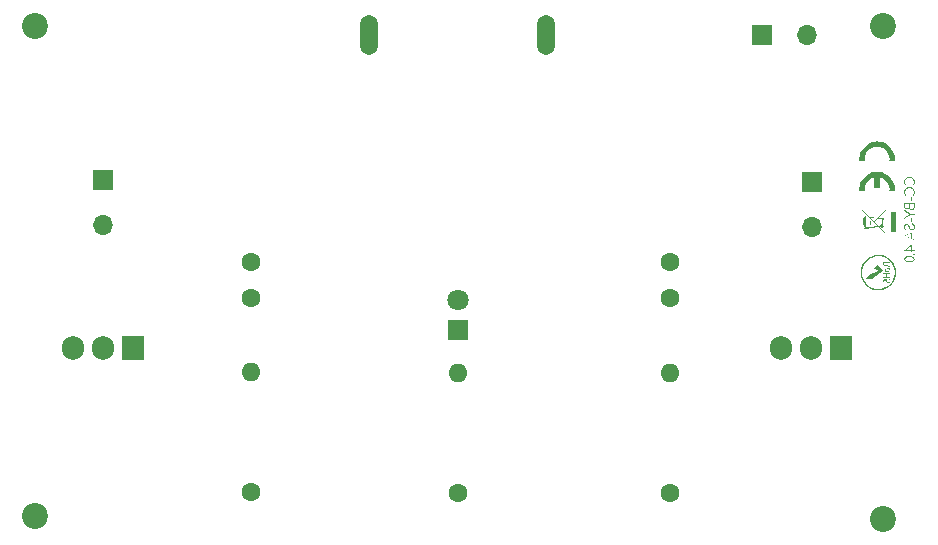
<source format=gbr>
%TF.GenerationSoftware,KiCad,Pcbnew,8.0.6*%
%TF.CreationDate,2024-11-17T18:19:46+01:00*%
%TF.ProjectId,MakerBot,4d616b65-7242-46f7-942e-6b696361645f,rev?*%
%TF.SameCoordinates,Original*%
%TF.FileFunction,Soldermask,Bot*%
%TF.FilePolarity,Negative*%
%FSLAX46Y46*%
G04 Gerber Fmt 4.6, Leading zero omitted, Abs format (unit mm)*
G04 Created by KiCad (PCBNEW 8.0.6) date 2024-11-17 18:19:46*
%MOMM*%
%LPD*%
G01*
G04 APERTURE LIST*
%ADD10C,0.150000*%
%ADD11C,0.000000*%
%ADD12C,1.600000*%
%ADD13O,1.600000X1.600000*%
%ADD14C,2.200000*%
%ADD15O,1.500000X3.400000*%
%ADD16R,1.700000X1.700000*%
%ADD17O,1.700000X1.700000*%
%ADD18R,1.905000X2.000000*%
%ADD19O,1.905000X2.000000*%
%ADD20R,1.800000X1.800000*%
%ADD21C,1.800000*%
G04 APERTURE END LIST*
D10*
G36*
X228711528Y-67462499D02*
G01*
X228709845Y-67423395D01*
X228703800Y-67380078D01*
X228693358Y-67338227D01*
X228678521Y-67297842D01*
X228676357Y-67292896D01*
X228657037Y-67254611D01*
X228634249Y-67218695D01*
X228607993Y-67185149D01*
X228578269Y-67153971D01*
X228545516Y-67125627D01*
X228510369Y-67100580D01*
X228472829Y-67078830D01*
X228432895Y-67060377D01*
X228391020Y-67045674D01*
X228347655Y-67035171D01*
X228308488Y-67029428D01*
X228268180Y-67026901D01*
X228256454Y-67026769D01*
X228216202Y-67028350D01*
X228176996Y-67033090D01*
X228133472Y-67042377D01*
X228091316Y-67055792D01*
X228080990Y-67059791D01*
X228041106Y-67078060D01*
X228003712Y-67099652D01*
X227968810Y-67124564D01*
X227936399Y-67152799D01*
X227906809Y-67183976D01*
X227880565Y-67217523D01*
X227857667Y-67253439D01*
X227838115Y-67291724D01*
X227822472Y-67332000D01*
X227811297Y-67373887D01*
X227804593Y-67417387D01*
X227802393Y-67456772D01*
X227802358Y-67462499D01*
X227803848Y-67501932D01*
X227809086Y-67544104D01*
X227818095Y-67583958D01*
X227826196Y-67609240D01*
X227841736Y-67646034D01*
X227861759Y-67682117D01*
X227886263Y-67717488D01*
X227901814Y-67736832D01*
X227920376Y-67748556D01*
X227940502Y-67745820D01*
X227954570Y-67732534D01*
X227968053Y-67721201D01*
X227971374Y-67700489D01*
X227961214Y-67677628D01*
X227937351Y-67646614D01*
X227916637Y-67610673D01*
X227904745Y-67582275D01*
X227893433Y-67541343D01*
X227887651Y-67499622D01*
X227886182Y-67462499D01*
X227888516Y-67422354D01*
X227895518Y-67383694D01*
X227908772Y-67342478D01*
X227915687Y-67326504D01*
X227936245Y-67288406D01*
X227961040Y-67253247D01*
X227990070Y-67221026D01*
X227996385Y-67214934D01*
X228026433Y-67189519D01*
X228058985Y-67167350D01*
X228094041Y-67148427D01*
X228114598Y-67139317D01*
X228152931Y-67126093D01*
X228192531Y-67117197D01*
X228233398Y-67112629D01*
X228256650Y-67111961D01*
X228299260Y-67114125D01*
X228340263Y-67120617D01*
X228379659Y-67131436D01*
X228400851Y-67139317D01*
X228437298Y-67156437D01*
X228471241Y-67176803D01*
X228502680Y-67200414D01*
X228519064Y-67214934D01*
X228546020Y-67243272D01*
X228571909Y-67277550D01*
X228593525Y-67314766D01*
X228599176Y-67326504D01*
X228614426Y-67366988D01*
X228624028Y-67409303D01*
X228627840Y-67448952D01*
X228628094Y-67462499D01*
X228625693Y-67504029D01*
X228618490Y-67543989D01*
X228607773Y-67578954D01*
X228591702Y-67616032D01*
X228571428Y-67651771D01*
X228549350Y-67683099D01*
X228540558Y-67711626D01*
X228553845Y-67738005D01*
X228582958Y-67749338D01*
X228599371Y-67746407D01*
X228614612Y-67736832D01*
X228641956Y-67703672D01*
X228664415Y-67668379D01*
X228681990Y-67630954D01*
X228689644Y-67609240D01*
X228700222Y-67569114D01*
X228707339Y-67528092D01*
X228710993Y-67486174D01*
X228711528Y-67462499D01*
G37*
G36*
X228711528Y-68325360D02*
G01*
X228709845Y-68286256D01*
X228703800Y-68242939D01*
X228693358Y-68201088D01*
X228678521Y-68160703D01*
X228676357Y-68155758D01*
X228657037Y-68117473D01*
X228634249Y-68081557D01*
X228607993Y-68048010D01*
X228578269Y-68016832D01*
X228545516Y-67988488D01*
X228510369Y-67963441D01*
X228472829Y-67941691D01*
X228432895Y-67923238D01*
X228391020Y-67908535D01*
X228347655Y-67898033D01*
X228308488Y-67892289D01*
X228268180Y-67889762D01*
X228256454Y-67889631D01*
X228216202Y-67891211D01*
X228176996Y-67895951D01*
X228133472Y-67905238D01*
X228091316Y-67918654D01*
X228080990Y-67922652D01*
X228041106Y-67940922D01*
X228003712Y-67962513D01*
X227968810Y-67987425D01*
X227936399Y-68015660D01*
X227906809Y-68046838D01*
X227880565Y-68080384D01*
X227857667Y-68116300D01*
X227838115Y-68154585D01*
X227822472Y-68194861D01*
X227811297Y-68236749D01*
X227804593Y-68280248D01*
X227802393Y-68319633D01*
X227802358Y-68325360D01*
X227803848Y-68364793D01*
X227809086Y-68406965D01*
X227818095Y-68446820D01*
X227826196Y-68472101D01*
X227841736Y-68508895D01*
X227861759Y-68544978D01*
X227886263Y-68580350D01*
X227901814Y-68599693D01*
X227920376Y-68611417D01*
X227940502Y-68608682D01*
X227954570Y-68595395D01*
X227968053Y-68584062D01*
X227971374Y-68563350D01*
X227961214Y-68540489D01*
X227937351Y-68509475D01*
X227916637Y-68473534D01*
X227904745Y-68445137D01*
X227893433Y-68404204D01*
X227887651Y-68362483D01*
X227886182Y-68325360D01*
X227888516Y-68285215D01*
X227895518Y-68246555D01*
X227908772Y-68205339D01*
X227915687Y-68189365D01*
X227936245Y-68151267D01*
X227961040Y-68116108D01*
X227990070Y-68083887D01*
X227996385Y-68077795D01*
X228026433Y-68052380D01*
X228058985Y-68030211D01*
X228094041Y-68011288D01*
X228114598Y-68002178D01*
X228152931Y-67988954D01*
X228192531Y-67980058D01*
X228233398Y-67975490D01*
X228256650Y-67974823D01*
X228299260Y-67976986D01*
X228340263Y-67983478D01*
X228379659Y-67994297D01*
X228400851Y-68002178D01*
X228437298Y-68019298D01*
X228471241Y-68039664D01*
X228502680Y-68063275D01*
X228519064Y-68077795D01*
X228546020Y-68106133D01*
X228571909Y-68140411D01*
X228593525Y-68177627D01*
X228599176Y-68189365D01*
X228614426Y-68229849D01*
X228624028Y-68272164D01*
X228627840Y-68311814D01*
X228628094Y-68325360D01*
X228625693Y-68366890D01*
X228618490Y-68406850D01*
X228607773Y-68441815D01*
X228591702Y-68478893D01*
X228571428Y-68514632D01*
X228549350Y-68545960D01*
X228540558Y-68574488D01*
X228553845Y-68600866D01*
X228582958Y-68612199D01*
X228599371Y-68609268D01*
X228614612Y-68599693D01*
X228641956Y-68566533D01*
X228664415Y-68531241D01*
X228681990Y-68493815D01*
X228689644Y-68472101D01*
X228700222Y-68431975D01*
X228707339Y-68390954D01*
X228710993Y-68349035D01*
X228711528Y-68325360D01*
G37*
G36*
X228436413Y-68768319D02*
G01*
X228424103Y-68738033D01*
X228393426Y-68725723D01*
X228361772Y-68738033D01*
X228349267Y-68768319D01*
X228349267Y-69031515D01*
X228361772Y-69062778D01*
X228393426Y-69075088D01*
X228424103Y-69062778D01*
X228436413Y-69031515D01*
X228436413Y-68768319D01*
G37*
G36*
X228687103Y-69246644D02*
G01*
X228699023Y-69282010D01*
X228699023Y-69567677D01*
X228698212Y-69591737D01*
X228692665Y-69632907D01*
X228681863Y-69671325D01*
X228665805Y-69706993D01*
X228661554Y-69714534D01*
X228637321Y-69749125D01*
X228608126Y-69778525D01*
X228573970Y-69802736D01*
X228559035Y-69810888D01*
X228519238Y-69826511D01*
X228480420Y-69834765D01*
X228438757Y-69837516D01*
X228412743Y-69836395D01*
X228369595Y-69828727D01*
X228331176Y-69813795D01*
X228297487Y-69791598D01*
X228280948Y-69776538D01*
X228255530Y-69745848D01*
X228235707Y-69710552D01*
X228221479Y-69670649D01*
X228205477Y-69698718D01*
X228178467Y-69731141D01*
X228148011Y-69755841D01*
X228116408Y-69772946D01*
X228078603Y-69784444D01*
X228037613Y-69788277D01*
X227997534Y-69785167D01*
X227957062Y-69774560D01*
X227920376Y-69756428D01*
X227890827Y-69734327D01*
X227863127Y-69704948D01*
X227840460Y-69670259D01*
X227838657Y-69666851D01*
X227822600Y-69627705D01*
X227814013Y-69589474D01*
X227811151Y-69548723D01*
X227895952Y-69548723D01*
X227898796Y-69584662D01*
X227909996Y-69623508D01*
X227931905Y-69659512D01*
X227960459Y-69684431D01*
X227996956Y-69699006D01*
X228037027Y-69703280D01*
X228078079Y-69699006D01*
X228116227Y-69684431D01*
X228147034Y-69659512D01*
X228169394Y-69626762D01*
X228182473Y-69588424D01*
X228184477Y-69567677D01*
X228271304Y-69567677D01*
X228271815Y-69584168D01*
X228277920Y-69624232D01*
X228292212Y-69662834D01*
X228294867Y-69667941D01*
X228319016Y-69701773D01*
X228350635Y-69727705D01*
X228362678Y-69734516D01*
X228399800Y-69747445D01*
X228438757Y-69751347D01*
X228455309Y-69750770D01*
X228494948Y-69743867D01*
X228532156Y-69727705D01*
X228539363Y-69723150D01*
X228570713Y-69695639D01*
X228592923Y-69662834D01*
X228599059Y-69649588D01*
X228610706Y-69609303D01*
X228614221Y-69567677D01*
X228614221Y-69320112D01*
X228271304Y-69320112D01*
X228271304Y-69567677D01*
X228184477Y-69567677D01*
X228186308Y-69548723D01*
X228186308Y-69320112D01*
X227895952Y-69320112D01*
X227895952Y-69548723D01*
X227811151Y-69548723D01*
X227811151Y-69276539D01*
X227823656Y-69245081D01*
X227855505Y-69232771D01*
X228654668Y-69232771D01*
X228687103Y-69246644D01*
G37*
G36*
X228699023Y-70205834D02*
G01*
X228686126Y-70174962D01*
X228654863Y-70162261D01*
X228371737Y-70162261D01*
X227880711Y-69857642D01*
X227847690Y-69849044D01*
X227821507Y-69863113D01*
X227811151Y-69891054D01*
X227816817Y-69912938D01*
X227832840Y-69928179D01*
X228327383Y-70230454D01*
X228327383Y-70183559D01*
X227834989Y-70484662D01*
X227816817Y-70502052D01*
X227811151Y-70525109D01*
X227822093Y-70551291D01*
X227848862Y-70563601D01*
X227880711Y-70555395D01*
X228371737Y-70249603D01*
X228654863Y-70249603D01*
X228686126Y-70236707D01*
X228699023Y-70205834D01*
G37*
G36*
X228436413Y-70541717D02*
G01*
X228424103Y-70511431D01*
X228393426Y-70499121D01*
X228361772Y-70511431D01*
X228349267Y-70541717D01*
X228349267Y-70804913D01*
X228361772Y-70836176D01*
X228393426Y-70848486D01*
X228424103Y-70836176D01*
X228436413Y-70804913D01*
X228436413Y-70541717D01*
G37*
G36*
X228711528Y-71275032D02*
G01*
X228709889Y-71235530D01*
X228704226Y-71193596D01*
X228694517Y-71153724D01*
X228690816Y-71142164D01*
X228676051Y-71105646D01*
X228655886Y-71069134D01*
X228631611Y-71036455D01*
X228603874Y-71008187D01*
X228570402Y-70983036D01*
X228543098Y-70968067D01*
X228510076Y-70967481D01*
X228489169Y-70996204D01*
X228492686Y-71026881D01*
X228516133Y-71049938D01*
X228548721Y-71072203D01*
X228574361Y-71099177D01*
X228595965Y-71132290D01*
X228612417Y-71170813D01*
X228614221Y-71176358D01*
X228623705Y-71217364D01*
X228627756Y-71258455D01*
X228628094Y-71275032D01*
X228625739Y-71314276D01*
X228617798Y-71353454D01*
X228608164Y-71380349D01*
X228587284Y-71416750D01*
X228559523Y-71445596D01*
X228550327Y-71452450D01*
X228513809Y-71470482D01*
X228474207Y-71478184D01*
X228457515Y-71478828D01*
X228416154Y-71473905D01*
X228378533Y-71459136D01*
X228344652Y-71434521D01*
X228338325Y-71428416D01*
X228313063Y-71395547D01*
X228295434Y-71358751D01*
X228283736Y-71320705D01*
X228275516Y-71277199D01*
X228274626Y-71270538D01*
X228268388Y-71230964D01*
X228257654Y-71187165D01*
X228243375Y-71147391D01*
X228225551Y-71111644D01*
X228200277Y-71075025D01*
X228192170Y-71065569D01*
X228161656Y-71036790D01*
X228128243Y-71015080D01*
X228091932Y-71000438D01*
X228052722Y-70992864D01*
X228029016Y-70991710D01*
X227987540Y-70995259D01*
X227949576Y-71005907D01*
X227911870Y-71025818D01*
X227908653Y-71028053D01*
X227878947Y-71053459D01*
X227853820Y-71084245D01*
X227833273Y-71120412D01*
X227829713Y-71128291D01*
X227816207Y-71165730D01*
X227807120Y-71206168D01*
X227802454Y-71249605D01*
X227801772Y-71275032D01*
X227804104Y-71316031D01*
X227811967Y-71357755D01*
X227821507Y-71386993D01*
X227838039Y-71422988D01*
X227859856Y-71457890D01*
X227873286Y-71474920D01*
X227902351Y-71505054D01*
X227933810Y-71529802D01*
X227943237Y-71535883D01*
X227978018Y-71543308D01*
X228003810Y-71523573D01*
X228006154Y-71489379D01*
X227984661Y-71463197D01*
X227953566Y-71438910D01*
X227936008Y-71421187D01*
X227913160Y-71389430D01*
X227899665Y-71360028D01*
X227889553Y-71320608D01*
X227886235Y-71280104D01*
X227886182Y-71273859D01*
X227888564Y-71231776D01*
X227896936Y-71189630D01*
X227911336Y-71152985D01*
X227924284Y-71131612D01*
X227951372Y-71103276D01*
X227989015Y-71084228D01*
X228030368Y-71077932D01*
X228034877Y-71077879D01*
X228074219Y-71083559D01*
X228106001Y-71098005D01*
X228135994Y-71124725D01*
X228158551Y-71158924D01*
X228161493Y-71164634D01*
X228177256Y-71203991D01*
X228187831Y-71243631D01*
X228195358Y-71284625D01*
X228196078Y-71289491D01*
X228203610Y-71331502D01*
X228213385Y-71369973D01*
X228228073Y-71411466D01*
X228245991Y-71447862D01*
X228270975Y-71483882D01*
X228283028Y-71497195D01*
X228314019Y-71523614D01*
X228348862Y-71543544D01*
X228387558Y-71556985D01*
X228430105Y-71563938D01*
X228456147Y-71564997D01*
X228496624Y-71562411D01*
X228537199Y-71553692D01*
X228565177Y-71543113D01*
X228601399Y-71522492D01*
X228632590Y-71495872D01*
X228645289Y-71481564D01*
X228668969Y-71447078D01*
X228686362Y-71411239D01*
X228694528Y-71388556D01*
X228704887Y-71347679D01*
X228710183Y-71308422D01*
X228711528Y-71275032D01*
G37*
G36*
X228699023Y-71699037D02*
G01*
X228681370Y-71664165D01*
X228677529Y-71661913D01*
X228637893Y-71658718D01*
X228635324Y-71659763D01*
X227841828Y-71989003D01*
X227813068Y-72017579D01*
X227811151Y-72031598D01*
X227829875Y-72066832D01*
X227841828Y-72073022D01*
X228636496Y-72403434D01*
X228676132Y-72402220D01*
X228678701Y-72400698D01*
X228698943Y-72367245D01*
X228699023Y-72364355D01*
X228692184Y-72340126D01*
X228671667Y-72322736D01*
X227913342Y-72014795D01*
X227913342Y-72049575D01*
X228671667Y-71739289D01*
X228692184Y-71723071D01*
X228699023Y-71699037D01*
G37*
G36*
X228487215Y-71772896D02*
G01*
X228411402Y-71806504D01*
X228411402Y-72261187D01*
X228487215Y-72294795D01*
X228487215Y-71772896D01*
G37*
G36*
X228474514Y-72779372D02*
G01*
X228486434Y-72809072D01*
X228486434Y-73210021D01*
X228654668Y-73210021D01*
X228686517Y-73222331D01*
X228699023Y-73251445D01*
X228686517Y-73282708D01*
X228654668Y-73295018D01*
X228486434Y-73295018D01*
X228486434Y-73383532D01*
X228474514Y-73413818D01*
X228447941Y-73426127D01*
X228416482Y-73413818D01*
X228407299Y-73383532D01*
X228407299Y-73295018D01*
X227856482Y-73295018D01*
X227824242Y-73283294D01*
X227811151Y-73253594D01*
X227816231Y-73231906D01*
X227829323Y-73217837D01*
X227839683Y-73210021D01*
X227974548Y-73210021D01*
X228407299Y-73210021D01*
X228407299Y-72881662D01*
X227974548Y-73210021D01*
X227839683Y-73210021D01*
X228417264Y-72774292D01*
X228446768Y-72765890D01*
X228474514Y-72779372D01*
G37*
G36*
X228711528Y-73595144D02*
G01*
X228698887Y-73556615D01*
X228692379Y-73549226D01*
X228657384Y-73531180D01*
X228645875Y-73530273D01*
X228607397Y-73542199D01*
X228598590Y-73549812D01*
X228579926Y-73585691D01*
X228579246Y-73595144D01*
X228591410Y-73632386D01*
X228599176Y-73641061D01*
X228634424Y-73659294D01*
X228645875Y-73660210D01*
X228684106Y-73647956D01*
X228691793Y-73641647D01*
X228710583Y-73606919D01*
X228711528Y-73595144D01*
G37*
G36*
X228288749Y-73727709D02*
G01*
X228329792Y-73729657D01*
X228368869Y-73733102D01*
X228413167Y-73739213D01*
X228454635Y-73747482D01*
X228493272Y-73757907D01*
X228505477Y-73761877D01*
X228545380Y-73777514D01*
X228580907Y-73795862D01*
X228616151Y-73820152D01*
X228645680Y-73847984D01*
X228663808Y-73871090D01*
X228683968Y-73908866D01*
X228695689Y-73950383D01*
X228699023Y-73990426D01*
X228697133Y-74021379D01*
X228688738Y-74059787D01*
X228671264Y-74099083D01*
X228645289Y-74134236D01*
X228638371Y-74141478D01*
X228607157Y-74168247D01*
X228570276Y-74191499D01*
X228533357Y-74208959D01*
X228492100Y-74223727D01*
X228466674Y-74230963D01*
X228426246Y-74240007D01*
X228383070Y-74246881D01*
X228337146Y-74251584D01*
X228296777Y-74253845D01*
X228254501Y-74254599D01*
X228229319Y-74254328D01*
X228188763Y-74252670D01*
X228142424Y-74248690D01*
X228098628Y-74242540D01*
X228057373Y-74234219D01*
X228018660Y-74223727D01*
X228006359Y-74219782D01*
X227966144Y-74204245D01*
X227930341Y-74186016D01*
X227894829Y-74161885D01*
X227865080Y-74134236D01*
X227846752Y-74111261D01*
X227826371Y-74073345D01*
X227814521Y-74031288D01*
X227811151Y-73990426D01*
X227899665Y-73990426D01*
X227903343Y-74022152D01*
X227919692Y-74059549D01*
X227946168Y-74088905D01*
X227961517Y-74100696D01*
X227997107Y-74121388D01*
X228034719Y-74136715D01*
X228072588Y-74147719D01*
X228087769Y-74151210D01*
X228130163Y-74158843D01*
X228169542Y-74163518D01*
X228211053Y-74166323D01*
X228254696Y-74167258D01*
X228273841Y-74167090D01*
X228316963Y-74165388D01*
X228357915Y-74161854D01*
X228396699Y-74156487D01*
X228438367Y-74148109D01*
X228453157Y-74144377D01*
X228493880Y-74131037D01*
X228532711Y-74112444D01*
X228564787Y-74089882D01*
X228586983Y-74066215D01*
X228605278Y-74029419D01*
X228610704Y-73990426D01*
X228607834Y-73962021D01*
X228592768Y-73924267D01*
X228564787Y-73892338D01*
X228549607Y-73880716D01*
X228514268Y-73860276D01*
X228476786Y-73845077D01*
X228438953Y-73834111D01*
X228423754Y-73830619D01*
X228381124Y-73822986D01*
X228341319Y-73818311D01*
X228299176Y-73815506D01*
X228254696Y-73814571D01*
X228242007Y-73814648D01*
X228198929Y-73816117D01*
X228157927Y-73819456D01*
X228113609Y-73825562D01*
X228072002Y-73834111D01*
X228062075Y-73836628D01*
X228020744Y-73849807D01*
X227981237Y-73868003D01*
X227945582Y-73892338D01*
X227925493Y-73912977D01*
X227906122Y-73948789D01*
X227899665Y-73990426D01*
X227811151Y-73990426D01*
X227812453Y-73965053D01*
X227821361Y-73922289D01*
X227838708Y-73883266D01*
X227864494Y-73847984D01*
X227871343Y-73840694D01*
X227902374Y-73813748D01*
X227939218Y-73790343D01*
X227976225Y-73772769D01*
X228017683Y-73757907D01*
X228043182Y-73750717D01*
X228083628Y-73741730D01*
X228126713Y-73734899D01*
X228172435Y-73730226D01*
X228212552Y-73727979D01*
X228254501Y-73727230D01*
X228288749Y-73727709D01*
G37*
D11*
%TO.C,weee-symbol_mask_3mm*%
G36*
X224993851Y-71126635D02*
G01*
X224878034Y-71126635D01*
X224878034Y-70758258D01*
X224993851Y-70758258D01*
X224993851Y-71126635D01*
G37*
G36*
X225954050Y-71219130D02*
G01*
X225894517Y-71278663D01*
X225835005Y-71219130D01*
X225894517Y-71159612D01*
X225954050Y-71219130D01*
G37*
G36*
X227125024Y-71734671D02*
G01*
X226698348Y-71734671D01*
X226698348Y-69986092D01*
X227125024Y-69986092D01*
X227125024Y-71734671D01*
G37*
G36*
X225259003Y-70807233D02*
G01*
X226237261Y-69843198D01*
X226275156Y-69883049D01*
X225298859Y-70845169D01*
X226267616Y-71766987D01*
X226229701Y-71806857D01*
X225259670Y-70883806D01*
X224203376Y-71924730D01*
X224125023Y-71924730D01*
X225219799Y-70845871D01*
X224138985Y-69817405D01*
X224218786Y-69817405D01*
X225259003Y-70807233D01*
G37*
G36*
X226065636Y-70641795D02*
G01*
X225980916Y-70641795D01*
X225980916Y-71068160D01*
X226068453Y-71219130D01*
X226017506Y-71342118D01*
X225894517Y-71393066D01*
X225724557Y-71256158D01*
X224873236Y-71332515D01*
X224873236Y-71336566D01*
X224873236Y-71471729D01*
X224670474Y-71471729D01*
X224670474Y-71350708D01*
X224572850Y-71359462D01*
X224581663Y-71396079D01*
X224501215Y-71476527D01*
X224420787Y-71396079D01*
X224445910Y-71346653D01*
X224715593Y-71346653D01*
X224715593Y-71426610D01*
X224828116Y-71426610D01*
X224828116Y-71336566D01*
X224715593Y-71346653D01*
X224445910Y-71346653D01*
X224453804Y-71331122D01*
X224376334Y-71211294D01*
X224348741Y-71053295D01*
X224323810Y-71053295D01*
X224323810Y-70768345D01*
X224341928Y-70768345D01*
X224396954Y-70768345D01*
X224449162Y-70768345D01*
X224449162Y-71008176D01*
X224449162Y-71053295D01*
X224403907Y-71053295D01*
X224428031Y-71192770D01*
X224513162Y-71307705D01*
X224513162Y-70603824D01*
X224568308Y-70603824D01*
X224568308Y-71304727D01*
X224670474Y-71295562D01*
X224670474Y-71271373D01*
X224873236Y-71271373D01*
X224873236Y-71277389D01*
X225721499Y-71201288D01*
X225777613Y-71090379D01*
X225894517Y-71045209D01*
X225925770Y-71048011D01*
X225925770Y-70562876D01*
X224568308Y-70448061D01*
X224568308Y-70500856D01*
X224568308Y-70603824D01*
X224513162Y-70603824D01*
X224420807Y-70603824D01*
X224396954Y-70768345D01*
X224341928Y-70768345D01*
X224364448Y-70603824D01*
X224353599Y-70603824D01*
X224353599Y-70500856D01*
X224393745Y-70500856D01*
X224454491Y-70500856D01*
X224513162Y-70500856D01*
X224513162Y-70437273D01*
X224454491Y-70500856D01*
X224393745Y-70500856D01*
X224513162Y-70380207D01*
X224513162Y-70310762D01*
X224568308Y-70310762D01*
X224568308Y-70392740D01*
X225954892Y-70510041D01*
X225980270Y-70532310D01*
X226065636Y-70532310D01*
X226065636Y-70562876D01*
X226065636Y-70641795D01*
G37*
%TO.C,ce-symbol_mask_3mm*%
G36*
X225763334Y-64052037D02*
G01*
X225994144Y-64108875D01*
X226209365Y-64199830D01*
X226405909Y-64321814D01*
X226580688Y-64471740D01*
X226730613Y-64646519D01*
X226852598Y-64843063D01*
X226943553Y-65058284D01*
X227000391Y-65289094D01*
X227020023Y-65532405D01*
X227012523Y-65682405D01*
X226562523Y-65682405D01*
X226570023Y-65532405D01*
X226542293Y-65291643D01*
X226463303Y-65070632D01*
X226339356Y-64875675D01*
X226176753Y-64713072D01*
X225981795Y-64589124D01*
X225760785Y-64510135D01*
X225520023Y-64482405D01*
X225279261Y-64510135D01*
X225058250Y-64589124D01*
X224863293Y-64713072D01*
X224700690Y-64875675D01*
X224576742Y-65070632D01*
X224497753Y-65291643D01*
X224470023Y-65532405D01*
X224477523Y-65682405D01*
X224027523Y-65682405D01*
X224020023Y-65532405D01*
X224039655Y-65289094D01*
X224096493Y-65058284D01*
X224187448Y-64843063D01*
X224309432Y-64646519D01*
X224459358Y-64471740D01*
X224634137Y-64321814D01*
X224830681Y-64199830D01*
X225045902Y-64108875D01*
X225276712Y-64052037D01*
X225520023Y-64032405D01*
X225763334Y-64052037D01*
G37*
G36*
X225763334Y-66602037D02*
G01*
X225994144Y-66658875D01*
X226209365Y-66749830D01*
X226405909Y-66871814D01*
X226580688Y-67021740D01*
X226730613Y-67196519D01*
X226852598Y-67393063D01*
X226943553Y-67608284D01*
X227000391Y-67839094D01*
X227020023Y-68082405D01*
X227012523Y-68232405D01*
X226562523Y-68232405D01*
X226570023Y-68082405D01*
X226542398Y-67842517D01*
X226463236Y-67620771D01*
X226338228Y-67424242D01*
X226173063Y-67260005D01*
X225973431Y-67135134D01*
X225745023Y-67056705D01*
X225745023Y-67932405D01*
X225295023Y-67932405D01*
X225295023Y-67056705D01*
X225066615Y-67135134D01*
X224866983Y-67260005D01*
X224701818Y-67424242D01*
X224576810Y-67620771D01*
X224497648Y-67842517D01*
X224470023Y-68082405D01*
X224477523Y-68232405D01*
X224027523Y-68232405D01*
X224020023Y-68082405D01*
X224039655Y-67839094D01*
X224096493Y-67608284D01*
X224187448Y-67393063D01*
X224309432Y-67196519D01*
X224459358Y-67021740D01*
X224634137Y-66871814D01*
X224830681Y-66749830D01*
X225045902Y-66658875D01*
X225276712Y-66602037D01*
X225520023Y-66582405D01*
X225763334Y-66602037D01*
G37*
%TO.C,rohs-symbol_mask_3mm*%
G36*
X226627074Y-75272921D02*
G01*
X226491117Y-75273830D01*
X226355056Y-75274843D01*
X226355056Y-75487922D01*
X226491117Y-75488935D01*
X226627074Y-75489948D01*
X226627074Y-75562187D01*
X226060180Y-75562187D01*
X226060180Y-75489844D01*
X226292247Y-75489844D01*
X226292247Y-75273025D01*
X226060180Y-75273025D01*
X226060180Y-75200656D01*
X226343679Y-75200656D01*
X226627074Y-75200656D01*
X226627074Y-75272921D01*
G37*
G36*
X226623723Y-74984746D02*
G01*
X226457427Y-75090571D01*
X226280662Y-75065504D01*
X226214216Y-75004825D01*
X226219259Y-74912403D01*
X226249725Y-74912403D01*
X226332224Y-75013059D01*
X226500339Y-75011319D01*
X226568837Y-74960900D01*
X226578084Y-74886713D01*
X226525509Y-74822501D01*
X226298013Y-74825644D01*
X226249725Y-74912403D01*
X226219259Y-74912403D01*
X226225177Y-74803928D01*
X226434100Y-74733716D01*
X226585773Y-74784940D01*
X226627594Y-74849983D01*
X226626539Y-74886713D01*
X226623723Y-74984746D01*
G37*
G36*
X226317703Y-75711859D02*
G01*
X226370070Y-75837582D01*
X226415320Y-75941588D01*
X226523483Y-75950706D01*
X226576376Y-75860008D01*
X226546004Y-75717236D01*
X226526133Y-75676350D01*
X226603229Y-75676350D01*
X226613697Y-75707703D01*
X226628996Y-75763810D01*
X226629204Y-75905067D01*
X226547640Y-76015957D01*
X226473064Y-76028244D01*
X226400696Y-76017593D01*
X226301260Y-75857661D01*
X226252270Y-75752355D01*
X226175460Y-75745030D01*
X226112813Y-75827120D01*
X226137094Y-75968473D01*
X226150887Y-75996891D01*
X226115975Y-75999722D01*
X226079765Y-75999722D01*
X226071947Y-75975980D01*
X226052153Y-75855141D01*
X226100754Y-75717859D01*
X226211440Y-75670187D01*
X226317703Y-75711859D01*
G37*
G36*
X226383656Y-74374004D02*
G01*
X226432152Y-74500947D01*
X226539510Y-74556146D01*
X226627074Y-74597447D01*
X226627074Y-74675478D01*
X226550056Y-74637112D01*
X226367213Y-74515156D01*
X226358095Y-74495882D01*
X226353420Y-74514351D01*
X226196448Y-74610825D01*
X226082804Y-74532508D01*
X226061193Y-74370263D01*
X226060684Y-74340729D01*
X226121067Y-74340729D01*
X226121067Y-74391875D01*
X226125223Y-74462477D01*
X226170680Y-74523364D01*
X226225671Y-74532897D01*
X226281675Y-74522351D01*
X226322379Y-74457022D01*
X226326535Y-74387615D01*
X226326535Y-74340729D01*
X226121067Y-74340729D01*
X226060684Y-74340729D01*
X226059374Y-74264620D01*
X226343263Y-74264620D01*
X226627074Y-74264620D01*
X226627074Y-74340729D01*
X226383552Y-74340729D01*
X226383656Y-74374004D01*
G37*
G36*
X225648931Y-74602097D02*
G01*
X225791902Y-74754315D01*
X225894042Y-74843710D01*
X226044049Y-74945886D01*
X226067790Y-74989603D01*
X225986512Y-75031216D01*
X225802018Y-75127958D01*
X225619152Y-75241560D01*
X225417877Y-75384435D01*
X225270351Y-75505498D01*
X225134690Y-75651907D01*
X225003486Y-75690143D01*
X224726481Y-75684504D01*
X224541949Y-75694571D01*
X224525189Y-75652708D01*
X224574682Y-75587172D01*
X224708843Y-75457686D01*
X224845982Y-75362414D01*
X225028241Y-75253231D01*
X225210922Y-75157968D01*
X225391616Y-75071998D01*
X225593941Y-74968823D01*
X225573939Y-74928015D01*
X225473407Y-74880895D01*
X225306987Y-74807591D01*
X225260308Y-74787694D01*
X225260308Y-74771251D01*
X225343924Y-74642074D01*
X225509805Y-74453671D01*
X225648931Y-74602097D01*
G37*
G36*
X224525189Y-75652708D02*
G01*
X224508336Y-75675025D01*
X224523766Y-75649153D01*
X224525189Y-75652708D01*
G37*
G36*
X227124977Y-75118884D02*
G01*
X227119026Y-75272940D01*
X227096768Y-75421346D01*
X227026600Y-75662574D01*
X226918161Y-75886474D01*
X226775084Y-76088705D01*
X226601000Y-76264929D01*
X226399543Y-76410804D01*
X226174343Y-76521991D01*
X225949038Y-76590330D01*
X225716715Y-76622595D01*
X225482035Y-76618506D01*
X225249658Y-76577786D01*
X225020215Y-76498131D01*
X224809520Y-76384068D01*
X224620923Y-76239131D01*
X224457774Y-76066856D01*
X224323424Y-75870777D01*
X224221223Y-75654429D01*
X224154521Y-75421346D01*
X224126780Y-75196086D01*
X224127534Y-75167370D01*
X224249731Y-75167370D01*
X224274575Y-75392820D01*
X224336948Y-75615463D01*
X224395014Y-75745257D01*
X224463580Y-75869636D01*
X224604492Y-76055283D01*
X224770574Y-76212658D01*
X224959490Y-76339895D01*
X225168900Y-76435128D01*
X225377305Y-76491865D01*
X225590235Y-76515397D01*
X225803364Y-76506240D01*
X226012367Y-76464909D01*
X226212919Y-76391922D01*
X226400696Y-76287793D01*
X226595377Y-76132145D01*
X226757560Y-75947247D01*
X226884218Y-75738116D01*
X226972321Y-75509772D01*
X227018841Y-75267232D01*
X227022607Y-75029502D01*
X226980647Y-74778248D01*
X226896920Y-74544077D01*
X226772764Y-74329870D01*
X226609515Y-74138508D01*
X226469194Y-74017357D01*
X226288579Y-73902506D01*
X226093061Y-73816732D01*
X225888895Y-73762768D01*
X225662898Y-73740430D01*
X225440008Y-73754211D01*
X225224059Y-73802920D01*
X225018881Y-73885368D01*
X224828306Y-74000364D01*
X224656164Y-74146716D01*
X224507199Y-74322468D01*
X224391150Y-74516659D01*
X224308941Y-74725040D01*
X224261494Y-74943359D01*
X224249731Y-75167370D01*
X224127534Y-75167370D01*
X224132675Y-74971690D01*
X224171864Y-74751536D01*
X224244007Y-74539002D01*
X224362970Y-74314568D01*
X224515674Y-74115770D01*
X224697810Y-73946005D01*
X224905069Y-73808668D01*
X225133141Y-73707155D01*
X225377719Y-73644865D01*
X225630151Y-73627409D01*
X225817670Y-73636033D01*
X226051273Y-73685985D01*
X226266138Y-73767755D01*
X226467271Y-73883322D01*
X226661395Y-74039872D01*
X226825675Y-74224426D01*
X226957172Y-74433063D01*
X227052947Y-74661867D01*
X227096982Y-74829586D01*
X227123055Y-75021891D01*
X227123206Y-75029502D01*
X227124977Y-75118884D01*
G37*
%TD*%
D12*
%TO.C,reistor_led1*%
X190000000Y-93830000D03*
D13*
X190000000Y-83670000D03*
%TD*%
D14*
%TO.C,REF\u002A\u002A*%
X154250000Y-95750000D03*
%TD*%
%TO.C,REF\u002A\u002A*%
X226000000Y-96000000D03*
%TD*%
D15*
%TO.C,push_button*%
X182500000Y-55000000D03*
X197500000Y-55000000D03*
%TD*%
D16*
%TO.C,motor2*%
X220000000Y-67480000D03*
D17*
X220000000Y-71290000D03*
%TD*%
D12*
%TO.C,resistor2*%
X208000000Y-93830000D03*
D13*
X208000000Y-83670000D03*
%TD*%
D16*
%TO.C,motor1*%
X160000000Y-67330000D03*
D17*
X160000000Y-71140000D03*
%TD*%
D18*
%TO.C,transistor2*%
X222504000Y-81534000D03*
D19*
X219964000Y-81534000D03*
X217424000Y-81534000D03*
%TD*%
D12*
%TO.C,resistor1*%
X172500000Y-93750000D03*
D13*
X172500000Y-83590000D03*
%TD*%
D14*
%TO.C,REF\u002A\u002A*%
X226000000Y-54250000D03*
%TD*%
%TO.C,REF\u002A\u002A*%
X154250000Y-54250000D03*
%TD*%
D16*
%TO.C,battery*%
X215750000Y-55000000D03*
D17*
X219560000Y-55000000D03*
%TD*%
D20*
%TO.C,led1*%
X190000000Y-80025000D03*
D21*
X190000000Y-77485000D03*
%TD*%
D18*
%TO.C,transistor1*%
X162540000Y-81500000D03*
D19*
X160000000Y-81500000D03*
X157460000Y-81500000D03*
%TD*%
D12*
%TO.C,light_sensor1*%
X172500000Y-74250000D03*
X172500000Y-77250000D03*
%TD*%
%TO.C,light_sensor2*%
X208000000Y-74250000D03*
X208000000Y-77250000D03*
%TD*%
M02*

</source>
